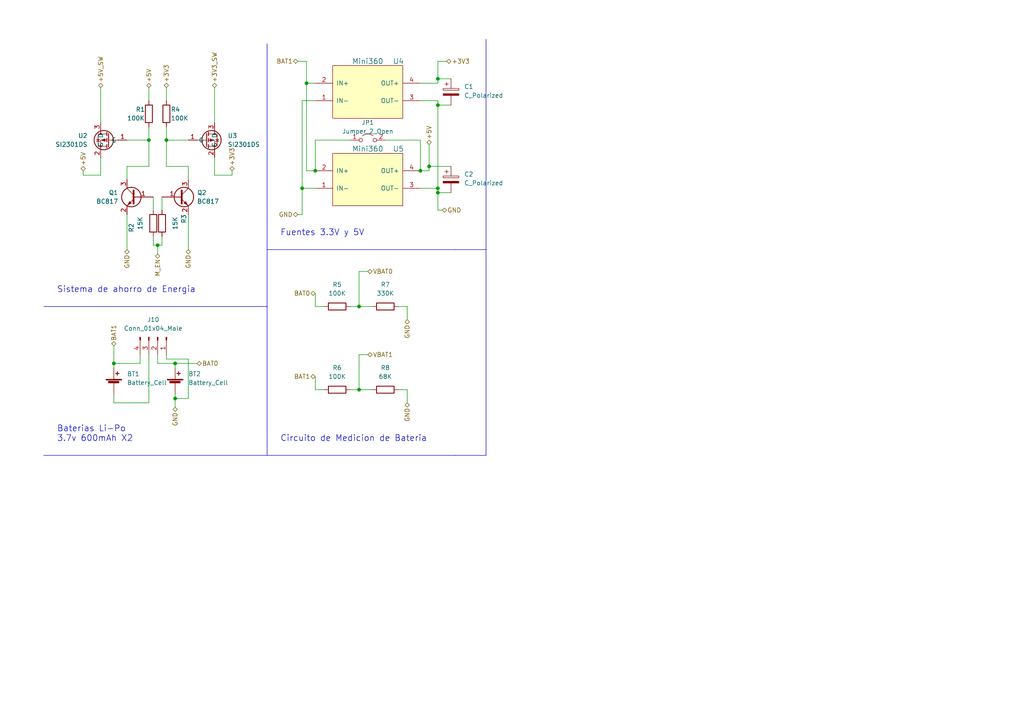
<source format=kicad_sch>
(kicad_sch (version 20230121) (generator eeschema)

  (uuid 5b0cc6af-c59b-4ce9-a1b4-7fcffb45140a)

  (paper "A4")

  (title_block
    (title "mCALCAN: Placa Alimentacion")
    (date "2022-10-10")
    (rev "2_FULL")
    (company "gVIE")
    (comment 1 "Colegio: ITS Villada")
    (comment 2 "Córdoba, Argentina")
  )

  (lib_symbols
    (symbol "Connector:Conn_01x04_Male" (pin_names (offset 1.016) hide) (in_bom yes) (on_board yes)
      (property "Reference" "J" (at 0 5.08 0)
        (effects (font (size 1.27 1.27)))
      )
      (property "Value" "Conn_01x04_Male" (at 0 -7.62 0)
        (effects (font (size 1.27 1.27)))
      )
      (property "Footprint" "" (at 0 0 0)
        (effects (font (size 1.27 1.27)) hide)
      )
      (property "Datasheet" "~" (at 0 0 0)
        (effects (font (size 1.27 1.27)) hide)
      )
      (property "ki_keywords" "connector" (at 0 0 0)
        (effects (font (size 1.27 1.27)) hide)
      )
      (property "ki_description" "Generic connector, single row, 01x04, script generated (kicad-library-utils/schlib/autogen/connector/)" (at 0 0 0)
        (effects (font (size 1.27 1.27)) hide)
      )
      (property "ki_fp_filters" "Connector*:*_1x??_*" (at 0 0 0)
        (effects (font (size 1.27 1.27)) hide)
      )
      (symbol "Conn_01x04_Male_1_1"
        (polyline
          (pts
            (xy 1.27 -5.08)
            (xy 0.8636 -5.08)
          )
          (stroke (width 0.1524) (type default))
          (fill (type none))
        )
        (polyline
          (pts
            (xy 1.27 -2.54)
            (xy 0.8636 -2.54)
          )
          (stroke (width 0.1524) (type default))
          (fill (type none))
        )
        (polyline
          (pts
            (xy 1.27 0)
            (xy 0.8636 0)
          )
          (stroke (width 0.1524) (type default))
          (fill (type none))
        )
        (polyline
          (pts
            (xy 1.27 2.54)
            (xy 0.8636 2.54)
          )
          (stroke (width 0.1524) (type default))
          (fill (type none))
        )
        (rectangle (start 0.8636 -4.953) (end 0 -5.207)
          (stroke (width 0.1524) (type default))
          (fill (type outline))
        )
        (rectangle (start 0.8636 -2.413) (end 0 -2.667)
          (stroke (width 0.1524) (type default))
          (fill (type outline))
        )
        (rectangle (start 0.8636 0.127) (end 0 -0.127)
          (stroke (width 0.1524) (type default))
          (fill (type outline))
        )
        (rectangle (start 0.8636 2.667) (end 0 2.413)
          (stroke (width 0.1524) (type default))
          (fill (type outline))
        )
        (pin passive line (at 5.08 2.54 180) (length 3.81)
          (name "Pin_1" (effects (font (size 1.27 1.27))))
          (number "1" (effects (font (size 1.27 1.27))))
        )
        (pin passive line (at 5.08 0 180) (length 3.81)
          (name "Pin_2" (effects (font (size 1.27 1.27))))
          (number "2" (effects (font (size 1.27 1.27))))
        )
        (pin passive line (at 5.08 -2.54 180) (length 3.81)
          (name "Pin_3" (effects (font (size 1.27 1.27))))
          (number "3" (effects (font (size 1.27 1.27))))
        )
        (pin passive line (at 5.08 -5.08 180) (length 3.81)
          (name "Pin_4" (effects (font (size 1.27 1.27))))
          (number "4" (effects (font (size 1.27 1.27))))
        )
      )
    )
    (symbol "Device:Battery_Cell" (pin_numbers hide) (pin_names (offset 0) hide) (in_bom yes) (on_board yes)
      (property "Reference" "BT" (at 2.54 2.54 0)
        (effects (font (size 1.27 1.27)) (justify left))
      )
      (property "Value" "Battery_Cell" (at 2.54 0 0)
        (effects (font (size 1.27 1.27)) (justify left))
      )
      (property "Footprint" "" (at 0 1.524 90)
        (effects (font (size 1.27 1.27)) hide)
      )
      (property "Datasheet" "~" (at 0 1.524 90)
        (effects (font (size 1.27 1.27)) hide)
      )
      (property "ki_keywords" "battery cell" (at 0 0 0)
        (effects (font (size 1.27 1.27)) hide)
      )
      (property "ki_description" "Single-cell battery" (at 0 0 0)
        (effects (font (size 1.27 1.27)) hide)
      )
      (symbol "Battery_Cell_0_1"
        (rectangle (start -2.286 1.778) (end 2.286 1.524)
          (stroke (width 0) (type default))
          (fill (type outline))
        )
        (rectangle (start -1.5748 1.1938) (end 1.4732 0.6858)
          (stroke (width 0) (type default))
          (fill (type outline))
        )
        (polyline
          (pts
            (xy 0 0.762)
            (xy 0 0)
          )
          (stroke (width 0) (type default))
          (fill (type none))
        )
        (polyline
          (pts
            (xy 0 1.778)
            (xy 0 2.54)
          )
          (stroke (width 0) (type default))
          (fill (type none))
        )
        (polyline
          (pts
            (xy 0.508 3.429)
            (xy 1.524 3.429)
          )
          (stroke (width 0.254) (type default))
          (fill (type none))
        )
        (polyline
          (pts
            (xy 1.016 3.937)
            (xy 1.016 2.921)
          )
          (stroke (width 0.254) (type default))
          (fill (type none))
        )
      )
      (symbol "Battery_Cell_1_1"
        (pin passive line (at 0 5.08 270) (length 2.54)
          (name "+" (effects (font (size 1.27 1.27))))
          (number "1" (effects (font (size 1.27 1.27))))
        )
        (pin passive line (at 0 -2.54 90) (length 2.54)
          (name "-" (effects (font (size 1.27 1.27))))
          (number "2" (effects (font (size 1.27 1.27))))
        )
      )
    )
    (symbol "Device:C_Polarized" (pin_numbers hide) (pin_names (offset 0.254)) (in_bom yes) (on_board yes)
      (property "Reference" "C" (at 0.635 2.54 0)
        (effects (font (size 1.27 1.27)) (justify left))
      )
      (property "Value" "C_Polarized" (at 0.635 -2.54 0)
        (effects (font (size 1.27 1.27)) (justify left))
      )
      (property "Footprint" "" (at 0.9652 -3.81 0)
        (effects (font (size 1.27 1.27)) hide)
      )
      (property "Datasheet" "~" (at 0 0 0)
        (effects (font (size 1.27 1.27)) hide)
      )
      (property "ki_keywords" "cap capacitor" (at 0 0 0)
        (effects (font (size 1.27 1.27)) hide)
      )
      (property "ki_description" "Polarized capacitor" (at 0 0 0)
        (effects (font (size 1.27 1.27)) hide)
      )
      (property "ki_fp_filters" "CP_*" (at 0 0 0)
        (effects (font (size 1.27 1.27)) hide)
      )
      (symbol "C_Polarized_0_1"
        (rectangle (start -2.286 0.508) (end 2.286 1.016)
          (stroke (width 0) (type default))
          (fill (type none))
        )
        (polyline
          (pts
            (xy -1.778 2.286)
            (xy -0.762 2.286)
          )
          (stroke (width 0) (type default))
          (fill (type none))
        )
        (polyline
          (pts
            (xy -1.27 2.794)
            (xy -1.27 1.778)
          )
          (stroke (width 0) (type default))
          (fill (type none))
        )
        (rectangle (start 2.286 -0.508) (end -2.286 -1.016)
          (stroke (width 0) (type default))
          (fill (type outline))
        )
      )
      (symbol "C_Polarized_1_1"
        (pin passive line (at 0 3.81 270) (length 2.794)
          (name "~" (effects (font (size 1.27 1.27))))
          (number "1" (effects (font (size 1.27 1.27))))
        )
        (pin passive line (at 0 -3.81 90) (length 2.794)
          (name "~" (effects (font (size 1.27 1.27))))
          (number "2" (effects (font (size 1.27 1.27))))
        )
      )
    )
    (symbol "Device:R" (pin_numbers hide) (pin_names (offset 0)) (in_bom yes) (on_board yes)
      (property "Reference" "R" (at 2.032 0 90)
        (effects (font (size 1.27 1.27)))
      )
      (property "Value" "R" (at 0 0 90)
        (effects (font (size 1.27 1.27)))
      )
      (property "Footprint" "" (at -1.778 0 90)
        (effects (font (size 1.27 1.27)) hide)
      )
      (property "Datasheet" "~" (at 0 0 0)
        (effects (font (size 1.27 1.27)) hide)
      )
      (property "ki_keywords" "R res resistor" (at 0 0 0)
        (effects (font (size 1.27 1.27)) hide)
      )
      (property "ki_description" "Resistor" (at 0 0 0)
        (effects (font (size 1.27 1.27)) hide)
      )
      (property "ki_fp_filters" "R_*" (at 0 0 0)
        (effects (font (size 1.27 1.27)) hide)
      )
      (symbol "R_0_1"
        (rectangle (start -1.016 -2.54) (end 1.016 2.54)
          (stroke (width 0.254) (type default))
          (fill (type none))
        )
      )
      (symbol "R_1_1"
        (pin passive line (at 0 3.81 270) (length 1.27)
          (name "~" (effects (font (size 1.27 1.27))))
          (number "1" (effects (font (size 1.27 1.27))))
        )
        (pin passive line (at 0 -3.81 90) (length 1.27)
          (name "~" (effects (font (size 1.27 1.27))))
          (number "2" (effects (font (size 1.27 1.27))))
        )
      )
    )
    (symbol "Jumper:Jumper_2_Open" (pin_names (offset 0) hide) (in_bom yes) (on_board yes)
      (property "Reference" "JP" (at 0 2.794 0)
        (effects (font (size 1.27 1.27)))
      )
      (property "Value" "Jumper_2_Open" (at 0 -2.286 0)
        (effects (font (size 1.27 1.27)))
      )
      (property "Footprint" "" (at 0 0 0)
        (effects (font (size 1.27 1.27)) hide)
      )
      (property "Datasheet" "~" (at 0 0 0)
        (effects (font (size 1.27 1.27)) hide)
      )
      (property "ki_keywords" "Jumper SPST" (at 0 0 0)
        (effects (font (size 1.27 1.27)) hide)
      )
      (property "ki_description" "Jumper, 2-pole, open" (at 0 0 0)
        (effects (font (size 1.27 1.27)) hide)
      )
      (property "ki_fp_filters" "Jumper* TestPoint*2Pads* TestPoint*Bridge*" (at 0 0 0)
        (effects (font (size 1.27 1.27)) hide)
      )
      (symbol "Jumper_2_Open_0_0"
        (circle (center -2.032 0) (radius 0.508)
          (stroke (width 0) (type default))
          (fill (type none))
        )
        (circle (center 2.032 0) (radius 0.508)
          (stroke (width 0) (type default))
          (fill (type none))
        )
      )
      (symbol "Jumper_2_Open_0_1"
        (arc (start 1.524 1.27) (mid 0 1.778) (end -1.524 1.27)
          (stroke (width 0) (type default))
          (fill (type none))
        )
      )
      (symbol "Jumper_2_Open_1_1"
        (pin passive line (at -5.08 0 0) (length 2.54)
          (name "A" (effects (font (size 1.27 1.27))))
          (number "1" (effects (font (size 1.27 1.27))))
        )
        (pin passive line (at 5.08 0 180) (length 2.54)
          (name "B" (effects (font (size 1.27 1.27))))
          (number "2" (effects (font (size 1.27 1.27))))
        )
      )
    )
    (symbol "Transistor_BJT:BC817" (pin_names (offset 0) hide) (in_bom yes) (on_board yes)
      (property "Reference" "Q" (at 5.08 1.905 0)
        (effects (font (size 1.27 1.27)) (justify left))
      )
      (property "Value" "BC817" (at 5.08 0 0)
        (effects (font (size 1.27 1.27)) (justify left))
      )
      (property "Footprint" "Package_TO_SOT_SMD:SOT-23" (at 5.08 -1.905 0)
        (effects (font (size 1.27 1.27) italic) (justify left) hide)
      )
      (property "Datasheet" "https://www.onsemi.com/pub/Collateral/BC818-D.pdf" (at 0 0 0)
        (effects (font (size 1.27 1.27)) (justify left) hide)
      )
      (property "ki_keywords" "NPN Transistor" (at 0 0 0)
        (effects (font (size 1.27 1.27)) hide)
      )
      (property "ki_description" "0.8A Ic, 45V Vce, NPN Transistor, SOT-23" (at 0 0 0)
        (effects (font (size 1.27 1.27)) hide)
      )
      (property "ki_fp_filters" "SOT?23*" (at 0 0 0)
        (effects (font (size 1.27 1.27)) hide)
      )
      (symbol "BC817_0_1"
        (polyline
          (pts
            (xy 0.635 0.635)
            (xy 2.54 2.54)
          )
          (stroke (width 0) (type default))
          (fill (type none))
        )
        (polyline
          (pts
            (xy 0.635 -0.635)
            (xy 2.54 -2.54)
            (xy 2.54 -2.54)
          )
          (stroke (width 0) (type default))
          (fill (type none))
        )
        (polyline
          (pts
            (xy 0.635 1.905)
            (xy 0.635 -1.905)
            (xy 0.635 -1.905)
          )
          (stroke (width 0.508) (type default))
          (fill (type none))
        )
        (polyline
          (pts
            (xy 1.27 -1.778)
            (xy 1.778 -1.27)
            (xy 2.286 -2.286)
            (xy 1.27 -1.778)
            (xy 1.27 -1.778)
          )
          (stroke (width 0) (type default))
          (fill (type outline))
        )
        (circle (center 1.27 0) (radius 2.8194)
          (stroke (width 0.254) (type default))
          (fill (type none))
        )
      )
      (symbol "BC817_1_1"
        (pin input line (at -5.08 0 0) (length 5.715)
          (name "B" (effects (font (size 1.27 1.27))))
          (number "1" (effects (font (size 1.27 1.27))))
        )
        (pin passive line (at 2.54 -5.08 90) (length 2.54)
          (name "E" (effects (font (size 1.27 1.27))))
          (number "2" (effects (font (size 1.27 1.27))))
        )
        (pin passive line (at 2.54 5.08 270) (length 2.54)
          (name "C" (effects (font (size 1.27 1.27))))
          (number "3" (effects (font (size 1.27 1.27))))
        )
      )
    )
    (symbol "mCALCAN_lib:Mini360" (pin_names (offset 1.016)) (in_bom yes) (on_board yes)
      (property "Reference" "U" (at 0 -5.08 0)
        (effects (font (size 1.524 1.524)))
      )
      (property "Value" "Mini360" (at 0 5.08 0)
        (effects (font (size 1.524 1.524)))
      )
      (property "Footprint" "" (at 0 0 0)
        (effects (font (size 1.524 1.524)) hide)
      )
      (property "Datasheet" "" (at 0 0 0)
        (effects (font (size 1.524 1.524)) hide)
      )
      (symbol "Mini360_0_1"
        (rectangle (start -10.16 7.62) (end 10.16 -7.62)
          (stroke (width 0) (type default))
          (fill (type background))
        )
      )
      (symbol "Mini360_1_1"
        (pin power_in line (at -15.24 -2.54 0) (length 5.08)
          (name "IN-" (effects (font (size 1.27 1.27))))
          (number "1" (effects (font (size 1.27 1.27))))
        )
        (pin power_in line (at -15.24 2.54 0) (length 5.08)
          (name "IN+" (effects (font (size 1.27 1.27))))
          (number "2" (effects (font (size 1.27 1.27))))
        )
        (pin power_out line (at 15.24 -2.54 180) (length 5.08)
          (name "OUT-" (effects (font (size 1.27 1.27))))
          (number "3" (effects (font (size 1.27 1.27))))
        )
        (pin power_out line (at 15.24 2.54 180) (length 5.08)
          (name "OUT+" (effects (font (size 1.27 1.27))))
          (number "4" (effects (font (size 1.27 1.27))))
        )
      )
    )
    (symbol "mCALCAN_lib:SI2301DS" (in_bom yes) (on_board yes)
      (property "Reference" "U" (at 2.54 -1.27 0)
        (effects (font (size 1.27 1.27)))
      )
      (property "Value" "SI2301DS" (at 6.35 1.27 0)
        (effects (font (size 1.27 1.27)))
      )
      (property "Footprint" "" (at 0 12.7 0)
        (effects (font (size 1.27 1.27)) hide)
      )
      (property "Datasheet" "" (at 0 12.7 0)
        (effects (font (size 1.27 1.27)) hide)
      )
      (symbol "SI2301DS_0_1"
        (circle (center -0.889 0) (radius 2.794)
          (stroke (width 0.254) (type default))
          (fill (type none))
        )
        (circle (center 0 -1.778) (radius 0.254)
          (stroke (width 0) (type default))
          (fill (type outline))
        )
        (polyline
          (pts
            (xy -2.286 0)
            (xy -5.08 0)
          )
          (stroke (width 0) (type default))
          (fill (type none))
        )
        (polyline
          (pts
            (xy -2.286 1.905)
            (xy -2.286 -1.905)
          )
          (stroke (width 0.254) (type default))
          (fill (type none))
        )
        (polyline
          (pts
            (xy -1.778 -1.27)
            (xy -1.778 -2.286)
          )
          (stroke (width 0.254) (type default))
          (fill (type none))
        )
        (polyline
          (pts
            (xy -1.778 0.508)
            (xy -1.778 -0.508)
          )
          (stroke (width 0.254) (type default))
          (fill (type none))
        )
        (polyline
          (pts
            (xy -1.778 2.286)
            (xy -1.778 1.27)
          )
          (stroke (width 0.254) (type default))
          (fill (type none))
        )
        (polyline
          (pts
            (xy 0 2.54)
            (xy 0 1.778)
          )
          (stroke (width 0) (type default))
          (fill (type none))
        )
        (polyline
          (pts
            (xy 0 -2.54)
            (xy 0 0)
            (xy -1.778 0)
          )
          (stroke (width 0) (type default))
          (fill (type none))
        )
        (polyline
          (pts
            (xy -1.778 1.778)
            (xy 0.762 1.778)
            (xy 0.762 -1.778)
            (xy -1.778 -1.778)
          )
          (stroke (width 0) (type default))
          (fill (type none))
        )
        (polyline
          (pts
            (xy -0.254 0)
            (xy -1.27 0.381)
            (xy -1.27 -0.381)
            (xy -0.254 0)
          )
          (stroke (width 0) (type default))
          (fill (type outline))
        )
        (polyline
          (pts
            (xy 0.254 -0.508)
            (xy 0.381 -0.381)
            (xy 1.143 -0.381)
            (xy 1.27 -0.254)
          )
          (stroke (width 0) (type default))
          (fill (type none))
        )
        (polyline
          (pts
            (xy 0.762 -0.381)
            (xy 0.381 0.254)
            (xy 1.143 0.254)
            (xy 0.762 -0.381)
          )
          (stroke (width 0) (type default))
          (fill (type none))
        )
        (circle (center 0 1.778) (radius 0.254)
          (stroke (width 0) (type default))
          (fill (type outline))
        )
      )
      (symbol "SI2301DS_1_1"
        (pin input line (at -7.62 0 0) (length 2.54)
          (name "G" (effects (font (size 1.27 1.27))))
          (number "1" (effects (font (size 1.27 1.27))))
        )
        (pin passive line (at 0 -5.08 90) (length 2.54)
          (name "S" (effects (font (size 1.27 1.27))))
          (number "2" (effects (font (size 1.27 1.27))))
        )
        (pin passive line (at 0 5.08 270) (length 2.54)
          (name "D" (effects (font (size 1.27 1.27))))
          (number "3" (effects (font (size 1.27 1.27))))
        )
      )
    )
  )

  (junction (at 104.14 113.03) (diameter 0) (color 0 0 0 0)
    (uuid 0adaf617-475f-43f9-aa31-807fbc980615)
  )
  (junction (at 127 22.86) (diameter 0) (color 0 0 0 0)
    (uuid 154b24eb-7df7-4ec3-b9b6-f18d3e49075d)
  )
  (junction (at 50.8 115.57) (diameter 0) (color 0 0 0 0)
    (uuid 16c7b5dc-5d75-42c0-9da9-367358bdd923)
  )
  (junction (at 127 54.61) (diameter 0) (color 0 0 0 0)
    (uuid 233d7b5f-57a0-4fd7-afbc-01f1fd95ea5d)
  )
  (junction (at 91.44 49.53) (diameter 0) (color 0 0 0 0)
    (uuid 49915111-9b55-419b-8b3d-1a1df7ae01a9)
  )
  (junction (at 50.8 105.41) (diameter 0) (color 0 0 0 0)
    (uuid 51223dc7-c730-4f02-bc5c-ec120abdb87f)
  )
  (junction (at 127 55.88) (diameter 0) (color 0 0 0 0)
    (uuid 584f5a2d-1efc-46d4-bb75-18a292abaeec)
  )
  (junction (at 48.26 40.64) (diameter 0) (color 0 0 0 0)
    (uuid 7a6872ca-7b05-4a1d-abec-25a4fd8cb67a)
  )
  (junction (at 88.9 24.13) (diameter 0) (color 0 0 0 0)
    (uuid 8fbf8ce0-ae36-4d21-98c5-440435cbd7fb)
  )
  (junction (at 124.46 48.26) (diameter 0) (color 0 0 0 0)
    (uuid 9d613615-dfa4-4f24-9abc-9b0dbc8a7f78)
  )
  (junction (at 121.92 49.53) (diameter 0) (color 0 0 0 0)
    (uuid b1106a38-7400-41e3-8616-52c3d415b52d)
  )
  (junction (at 33.02 105.41) (diameter 0) (color 0 0 0 0)
    (uuid c220b3c9-acbd-4daf-b5fc-4ad618be408d)
  )
  (junction (at 127 30.48) (diameter 0) (color 0 0 0 0)
    (uuid c989a15e-e547-4041-a669-0a1780c84928)
  )
  (junction (at 87.63 54.61) (diameter 0) (color 0 0 0 0)
    (uuid cecc6f75-aa55-4885-93a7-b0495babed01)
  )
  (junction (at 104.14 88.9) (diameter 0) (color 0 0 0 0)
    (uuid dbc767d9-6914-4daa-8762-7319e10be02e)
  )
  (junction (at 43.18 40.64) (diameter 0) (color 0 0 0 0)
    (uuid e43f60f4-4b51-4a45-bbe9-b178246292df)
  )
  (junction (at 45.72 71.12) (diameter 0) (color 0 0 0 0)
    (uuid eb55c0c1-1d64-4070-829b-00fed651a3ca)
  )

  (wire (pts (xy 127 30.48) (xy 127 54.61))
    (stroke (width 0) (type default))
    (uuid 024e0f1f-ac41-4dcb-9bed-2bc2253f0d3b)
  )
  (wire (pts (xy 104.14 88.9) (xy 107.95 88.9))
    (stroke (width 0) (type default))
    (uuid 026620c8-a002-4c06-9434-436ef68ca5a1)
  )
  (polyline (pts (xy 12.7 88.9) (xy 77.47 88.9))
    (stroke (width 0) (type default))
    (uuid 064e4403-8091-45dd-95c4-fba3e0a0eb7e)
  )

  (wire (pts (xy 91.44 40.64) (xy 91.44 49.53))
    (stroke (width 0) (type default))
    (uuid 081bf4a5-9915-4fb8-9d5f-cda95c0fa2e7)
  )
  (wire (pts (xy 33.02 114.3) (xy 33.02 116.84))
    (stroke (width 0) (type default))
    (uuid 082e10d8-76c9-4285-869a-5dd46771e7a1)
  )
  (wire (pts (xy 46.99 68.58) (xy 46.99 71.12))
    (stroke (width 0) (type default))
    (uuid 08d34463-cc9a-4b82-a39e-78e0eb8c00d7)
  )
  (wire (pts (xy 101.6 40.64) (xy 91.44 40.64))
    (stroke (width 0) (type default))
    (uuid 0c238ac0-ab65-49cc-8411-debe29a1bdcc)
  )
  (wire (pts (xy 45.72 71.12) (xy 46.99 71.12))
    (stroke (width 0) (type default))
    (uuid 0e9235e8-f371-41d2-811b-515dcf582df3)
  )
  (wire (pts (xy 86.36 62.23) (xy 87.63 62.23))
    (stroke (width 0) (type default))
    (uuid 13ddc886-0c67-49ce-8107-32463e055644)
  )
  (wire (pts (xy 93.98 113.03) (xy 91.44 113.03))
    (stroke (width 0) (type default))
    (uuid 14ed08d9-bdfd-451a-b1d2-e88cd2134906)
  )
  (wire (pts (xy 44.45 57.15) (xy 44.45 60.96))
    (stroke (width 0) (type default))
    (uuid 152c6d0d-4316-4d70-8e05-1f535b3be289)
  )
  (wire (pts (xy 127 55.88) (xy 130.81 55.88))
    (stroke (width 0) (type default))
    (uuid 174323a9-3d3e-4b7c-bb3b-7d4ea3636c7a)
  )
  (wire (pts (xy 88.9 17.78) (xy 88.9 24.13))
    (stroke (width 0) (type default))
    (uuid 1943d388-d04b-4856-b1d1-dd39bdfeffd9)
  )
  (wire (pts (xy 104.14 78.74) (xy 104.14 88.9))
    (stroke (width 0) (type default))
    (uuid 1a6da08f-21bd-47d1-83a0-e907d326e9f0)
  )
  (wire (pts (xy 67.31 49.53) (xy 67.31 50.8))
    (stroke (width 0) (type default))
    (uuid 1b2d04ee-b913-42a3-85fb-a49aa30d780a)
  )
  (wire (pts (xy 50.8 105.41) (xy 45.72 105.41))
    (stroke (width 0) (type default))
    (uuid 1bbc57af-49f9-4f71-a0ec-8bb74a7a4db2)
  )
  (wire (pts (xy 127 17.78) (xy 129.54 17.78))
    (stroke (width 0) (type default))
    (uuid 1c39af0b-67be-483d-a5b4-7b99a48dedf8)
  )
  (wire (pts (xy 127 55.88) (xy 127 54.61))
    (stroke (width 0) (type default))
    (uuid 1cea387d-2014-44c9-94f1-58d0e74972b4)
  )
  (wire (pts (xy 124.46 41.91) (xy 124.46 48.26))
    (stroke (width 0) (type default))
    (uuid 1db93586-18a2-4c4a-9e1a-15503d06f22c)
  )
  (polyline (pts (xy 132.08 132.08) (xy 140.97 132.08))
    (stroke (width 0) (type default))
    (uuid 234673a9-4eb5-4c3b-b597-6bec9dae04c3)
  )

  (wire (pts (xy 48.26 102.87) (xy 48.26 104.14))
    (stroke (width 0) (type default))
    (uuid 24714be6-893e-4774-904e-1e1c1ba061af)
  )
  (wire (pts (xy 104.14 102.87) (xy 104.14 113.03))
    (stroke (width 0) (type default))
    (uuid 2864e45c-85f9-434e-a351-8169baf07889)
  )
  (wire (pts (xy 62.23 25.4) (xy 62.23 35.56))
    (stroke (width 0) (type default))
    (uuid 28c03d35-e2d7-4d2e-b4b6-41b0209d939f)
  )
  (wire (pts (xy 127 30.48) (xy 130.81 30.48))
    (stroke (width 0) (type default))
    (uuid 28d4ffa1-860e-4125-9190-35aa153a46e8)
  )
  (wire (pts (xy 62.23 45.72) (xy 62.23 50.8))
    (stroke (width 0) (type default))
    (uuid 28fe05b9-80e0-4d9f-975d-d9b60ebefadb)
  )
  (wire (pts (xy 54.61 48.26) (xy 48.26 48.26))
    (stroke (width 0) (type default))
    (uuid 29b7345a-ea82-4f43-b5ce-aa7bd313b582)
  )
  (wire (pts (xy 33.02 105.41) (xy 33.02 106.68))
    (stroke (width 0) (type default))
    (uuid 29e61887-c674-4f63-83fe-689f4a9e529b)
  )
  (wire (pts (xy 45.72 105.41) (xy 45.72 102.87))
    (stroke (width 0) (type default))
    (uuid 35d48053-0852-4e3b-a476-dc0968f65a5b)
  )
  (wire (pts (xy 121.92 29.21) (xy 127 29.21))
    (stroke (width 0) (type default))
    (uuid 3627154d-e399-4264-b27e-7aa4a409b7e6)
  )
  (wire (pts (xy 127 60.96) (xy 128.27 60.96))
    (stroke (width 0) (type default))
    (uuid 3750c284-79bd-402d-8f55-4fce102065bd)
  )
  (wire (pts (xy 127 29.21) (xy 127 30.48))
    (stroke (width 0) (type default))
    (uuid 395083d4-e1ba-474c-acd1-1e836278a63f)
  )
  (wire (pts (xy 54.61 115.57) (xy 50.8 115.57))
    (stroke (width 0) (type default))
    (uuid 3b1db70f-68f7-4205-aa2d-646ff994d8d8)
  )
  (wire (pts (xy 40.64 102.87) (xy 40.64 105.41))
    (stroke (width 0) (type default))
    (uuid 3b8b6a73-5540-44fe-a9da-9624fd651375)
  )
  (wire (pts (xy 43.18 25.4) (xy 43.18 29.21))
    (stroke (width 0) (type default))
    (uuid 3de68549-fff8-4bcb-a003-eda829fd5afc)
  )
  (wire (pts (xy 93.98 88.9) (xy 91.44 88.9))
    (stroke (width 0) (type default))
    (uuid 415ee1bf-bf0f-47f4-826a-9e79f819942e)
  )
  (wire (pts (xy 121.92 54.61) (xy 127 54.61))
    (stroke (width 0) (type default))
    (uuid 45d586bf-f73f-49e8-b5f2-8ca6d2497668)
  )
  (wire (pts (xy 24.13 49.53) (xy 24.13 50.8))
    (stroke (width 0) (type default))
    (uuid 4eb772d3-f58d-4439-9e7e-3fbb76dbe00d)
  )
  (wire (pts (xy 104.14 88.9) (xy 101.6 88.9))
    (stroke (width 0) (type default))
    (uuid 5859c03a-cc77-4c94-b9ee-e1b3a1cd863c)
  )
  (wire (pts (xy 88.9 24.13) (xy 91.44 24.13))
    (stroke (width 0) (type default))
    (uuid 5a099a21-fbe8-49b6-bd11-1410df681152)
  )
  (wire (pts (xy 127 55.88) (xy 127 60.96))
    (stroke (width 0) (type default))
    (uuid 5a1f6177-cd43-4345-8cd0-6a4b207a6e63)
  )
  (wire (pts (xy 50.8 115.57) (xy 50.8 118.11))
    (stroke (width 0) (type default))
    (uuid 5d8496c2-bfe6-4e3b-9317-deb4f60a419a)
  )
  (wire (pts (xy 50.8 106.68) (xy 50.8 105.41))
    (stroke (width 0) (type default))
    (uuid 6206485a-451e-4cc9-a53c-24e10c62f033)
  )
  (wire (pts (xy 124.46 49.53) (xy 121.92 49.53))
    (stroke (width 0) (type default))
    (uuid 667c8c03-252a-4a52-b585-62158a43f671)
  )
  (wire (pts (xy 48.26 40.64) (xy 48.26 48.26))
    (stroke (width 0) (type default))
    (uuid 6e5e520e-43c9-4e89-b40f-44a7f5090617)
  )
  (wire (pts (xy 54.61 40.64) (xy 48.26 40.64))
    (stroke (width 0) (type default))
    (uuid 70f3b701-508d-4642-9f1b-df8f52d71f2e)
  )
  (wire (pts (xy 29.21 50.8) (xy 24.13 50.8))
    (stroke (width 0) (type default))
    (uuid 79bbdd28-85c1-4015-855d-4d292d636be9)
  )
  (wire (pts (xy 50.8 105.41) (xy 57.15 105.41))
    (stroke (width 0) (type default))
    (uuid 7aeb5401-a03e-4628-88d7-ea0e653e724c)
  )
  (wire (pts (xy 48.26 36.83) (xy 48.26 40.64))
    (stroke (width 0) (type default))
    (uuid 7b1c4702-50b5-4bc4-bf72-45fb3507619e)
  )
  (wire (pts (xy 46.99 57.15) (xy 46.99 60.96))
    (stroke (width 0) (type default))
    (uuid 7b242641-5f76-4a22-9253-0cfe6b1d94c5)
  )
  (wire (pts (xy 91.44 29.21) (xy 87.63 29.21))
    (stroke (width 0) (type default))
    (uuid 7be115bd-7bfd-40a0-a457-3840def85f61)
  )
  (wire (pts (xy 127 17.78) (xy 127 22.86))
    (stroke (width 0) (type default))
    (uuid 7c3323fa-d4c5-46cf-8297-947281809dc2)
  )
  (wire (pts (xy 127 22.86) (xy 130.81 22.86))
    (stroke (width 0) (type default))
    (uuid 7c803774-86ea-42bc-9ae3-762ac8c3e865)
  )
  (wire (pts (xy 91.44 113.03) (xy 91.44 109.22))
    (stroke (width 0) (type default))
    (uuid 7d0453d9-2c53-47d4-bd78-e35ad6b6648b)
  )
  (wire (pts (xy 87.63 54.61) (xy 87.63 62.23))
    (stroke (width 0) (type default))
    (uuid 7ecfbb35-3df3-46b9-bb72-4d96e5885a78)
  )
  (wire (pts (xy 121.92 40.64) (xy 121.92 49.53))
    (stroke (width 0) (type default))
    (uuid 80479fa1-f535-42d6-900c-8758d8127b1f)
  )
  (wire (pts (xy 87.63 29.21) (xy 87.63 54.61))
    (stroke (width 0) (type default))
    (uuid 80823dba-ec8e-44f4-bd16-d77f71f9171a)
  )
  (wire (pts (xy 43.18 36.83) (xy 43.18 40.64))
    (stroke (width 0) (type default))
    (uuid 8a474867-2896-4fd5-8faa-cb2dc11ce90f)
  )
  (wire (pts (xy 91.44 49.53) (xy 88.9 49.53))
    (stroke (width 0) (type default))
    (uuid 8c25b9c0-aa67-40e8-a36a-c640c87a6c6e)
  )
  (wire (pts (xy 33.02 116.84) (xy 43.18 116.84))
    (stroke (width 0) (type default))
    (uuid 8f0b3612-d765-48ea-bddb-dc9d065d68a4)
  )
  (wire (pts (xy 115.57 88.9) (xy 118.11 88.9))
    (stroke (width 0) (type default))
    (uuid 8fc96acc-d62e-4f6c-b27f-3311cf9d27d4)
  )
  (wire (pts (xy 104.14 113.03) (xy 101.6 113.03))
    (stroke (width 0) (type default))
    (uuid 90d5d112-af16-4f51-aa82-4e004e6c38a8)
  )
  (wire (pts (xy 54.61 48.26) (xy 54.61 52.07))
    (stroke (width 0) (type default))
    (uuid 9223fa48-b778-49a4-b203-314ffc350cff)
  )
  (wire (pts (xy 48.26 25.4) (xy 48.26 29.21))
    (stroke (width 0) (type default))
    (uuid 93e0ddf6-ed24-432c-9ae5-21d42deab64a)
  )
  (polyline (pts (xy 12.7 132.08) (xy 132.08 132.08))
    (stroke (width 0) (type default))
    (uuid 954ee634-486c-424c-8c23-f50c3d5bcbef)
  )
  (polyline (pts (xy 77.47 72.39) (xy 132.08 72.39))
    (stroke (width 0) (type default))
    (uuid 9ca1ced0-06db-45b5-badc-17ac876319e2)
  )

  (wire (pts (xy 118.11 88.9) (xy 118.11 92.71))
    (stroke (width 0) (type default))
    (uuid 9e34b07a-65d1-4bb6-8d72-a9ec7f6e5a9e)
  )
  (wire (pts (xy 44.45 68.58) (xy 44.45 71.12))
    (stroke (width 0) (type default))
    (uuid 9fb70ea1-640a-4bdc-a4f3-fae203e857ed)
  )
  (wire (pts (xy 45.72 71.12) (xy 45.72 73.66))
    (stroke (width 0) (type default))
    (uuid a1ceb2b6-86c4-4940-b91f-734db804b221)
  )
  (wire (pts (xy 87.63 54.61) (xy 91.44 54.61))
    (stroke (width 0) (type default))
    (uuid a64ce91a-d0bf-4b4e-9e47-47f0b944b4a4)
  )
  (wire (pts (xy 36.83 40.64) (xy 43.18 40.64))
    (stroke (width 0) (type default))
    (uuid a6f3c8b5-0bef-4552-a429-9cb8ac69cf24)
  )
  (wire (pts (xy 36.83 48.26) (xy 43.18 48.26))
    (stroke (width 0) (type default))
    (uuid a8eb3325-53a6-498e-9487-e0ca54356ae8)
  )
  (wire (pts (xy 54.61 104.14) (xy 54.61 115.57))
    (stroke (width 0) (type default))
    (uuid ac68ee47-5c20-4c7f-b4d4-dbb3ef2181c8)
  )
  (wire (pts (xy 29.21 25.4) (xy 29.21 35.56))
    (stroke (width 0) (type default))
    (uuid ae90b798-6aa0-4726-a1c9-11cfa9744c72)
  )
  (wire (pts (xy 48.26 104.14) (xy 54.61 104.14))
    (stroke (width 0) (type default))
    (uuid b11af55f-20cd-4a02-9489-90ed6b3835f7)
  )
  (polyline (pts (xy 140.97 132.08) (xy 140.97 72.39))
    (stroke (width 0) (type default))
    (uuid b1b05265-ebbe-46d0-8f26-861dba6f0f2d)
  )
  (polyline (pts (xy 140.97 11.43) (xy 140.97 72.39))
    (stroke (width 0) (type default))
    (uuid b649784e-b6fa-4d0a-97a8-ce6df9c20fb3)
  )

  (wire (pts (xy 118.11 113.03) (xy 118.11 116.84))
    (stroke (width 0) (type default))
    (uuid bd00622f-2be3-434e-9b97-b3544b2f258f)
  )
  (wire (pts (xy 62.23 50.8) (xy 67.31 50.8))
    (stroke (width 0) (type default))
    (uuid c26c5b80-1579-49a4-b1b3-b118f641d383)
  )
  (wire (pts (xy 86.36 17.78) (xy 88.9 17.78))
    (stroke (width 0) (type default))
    (uuid c320b789-2383-459d-831d-85843507c7b7)
  )
  (wire (pts (xy 106.68 102.87) (xy 104.14 102.87))
    (stroke (width 0) (type default))
    (uuid c406b556-77da-4301-a0e0-b7be1d84968d)
  )
  (wire (pts (xy 54.61 62.23) (xy 54.61 72.39))
    (stroke (width 0) (type default))
    (uuid c4cebce9-ca42-41a5-9c93-4f70eda4ad3a)
  )
  (polyline (pts (xy 77.47 12.7) (xy 77.47 88.9))
    (stroke (width 0) (type default))
    (uuid c5b21375-8ac4-4378-a2ca-4de1a98394f7)
  )

  (wire (pts (xy 44.45 71.12) (xy 45.72 71.12))
    (stroke (width 0) (type default))
    (uuid c5bd469d-23a4-4bb7-ae7d-077ab28bec65)
  )
  (wire (pts (xy 50.8 114.3) (xy 50.8 115.57))
    (stroke (width 0) (type default))
    (uuid c63be9f9-0ffb-483c-a380-7de5beec0b6a)
  )
  (wire (pts (xy 124.46 48.26) (xy 124.46 49.53))
    (stroke (width 0) (type default))
    (uuid d52ae5cc-e227-466c-be74-efc9338a9263)
  )
  (wire (pts (xy 36.83 48.26) (xy 36.83 52.07))
    (stroke (width 0) (type default))
    (uuid d7f285de-bc4e-4bad-9334-3297ab6e2938)
  )
  (wire (pts (xy 127 22.86) (xy 127 24.13))
    (stroke (width 0) (type default))
    (uuid dadbdbb1-387f-463a-aaf6-abe806da4f35)
  )
  (wire (pts (xy 124.46 48.26) (xy 130.81 48.26))
    (stroke (width 0) (type default))
    (uuid dcfda535-7713-4d08-b3c0-fe6d492c83ad)
  )
  (polyline (pts (xy 132.08 72.39) (xy 140.97 72.39))
    (stroke (width 0) (type default))
    (uuid e08cb19f-3f5d-4776-95a3-d46cf8723196)
  )

  (wire (pts (xy 88.9 24.13) (xy 88.9 49.53))
    (stroke (width 0) (type default))
    (uuid e4980fb7-6221-40b1-a9ba-5ff11ba41252)
  )
  (wire (pts (xy 111.76 40.64) (xy 121.92 40.64))
    (stroke (width 0) (type default))
    (uuid e4db1883-f778-43aa-85af-a517af584ba3)
  )
  (wire (pts (xy 33.02 105.41) (xy 40.64 105.41))
    (stroke (width 0) (type default))
    (uuid e54c500b-d5de-4202-a2ae-66c4823c712e)
  )
  (wire (pts (xy 115.57 113.03) (xy 118.11 113.03))
    (stroke (width 0) (type default))
    (uuid e773419c-dfa1-461b-9b44-0eab12648ef1)
  )
  (wire (pts (xy 43.18 40.64) (xy 43.18 48.26))
    (stroke (width 0) (type default))
    (uuid ea08bc6b-67e3-43a8-b417-8f2943148baa)
  )
  (wire (pts (xy 91.44 88.9) (xy 91.44 85.09))
    (stroke (width 0) (type default))
    (uuid efaa6820-0873-441d-9a62-d49fd1468514)
  )
  (wire (pts (xy 104.14 113.03) (xy 107.95 113.03))
    (stroke (width 0) (type default))
    (uuid f14d7e7f-203d-4e72-b320-63419ab8bc6f)
  )
  (wire (pts (xy 29.21 45.72) (xy 29.21 50.8))
    (stroke (width 0) (type default))
    (uuid f39567e8-cb73-4b6a-ad91-fcbe6b3fe5f1)
  )
  (wire (pts (xy 127 24.13) (xy 121.92 24.13))
    (stroke (width 0) (type default))
    (uuid f4b684b5-0fe7-4a9a-bfa0-4758bea3d81f)
  )
  (wire (pts (xy 36.83 62.23) (xy 36.83 72.39))
    (stroke (width 0) (type default))
    (uuid f6c2a47a-4b48-42fc-abaf-208051795e65)
  )
  (wire (pts (xy 43.18 116.84) (xy 43.18 102.87))
    (stroke (width 0) (type default))
    (uuid f8e148e9-3147-42d2-8a51-6e284abe3478)
  )
  (wire (pts (xy 106.68 78.74) (xy 104.14 78.74))
    (stroke (width 0) (type default))
    (uuid fdcf659b-961b-4d08-ba01-94f019973a30)
  )
  (polyline (pts (xy 77.47 88.9) (xy 77.47 132.08))
    (stroke (width 0) (type default))
    (uuid febbfb68-d7fd-45bb-8282-49c50af7c927)
  )

  (wire (pts (xy 33.02 100.33) (xy 33.02 105.41))
    (stroke (width 0) (type default))
    (uuid ff3a4855-5ebe-415e-9ba7-92f7eb68eb28)
  )

  (text "Baterias Li-Po\n3.7v 600mAh X2" (at 16.51 128.27 0)
    (effects (font (size 1.75 1.75)) (justify left bottom))
    (uuid 4dff1229-5402-4c2a-88cf-bf9bb141d0a3)
  )
  (text "Sistema de ahorro de Energia" (at 16.51 85.09 0)
    (effects (font (size 1.75 1.75)) (justify left bottom))
    (uuid 5a952662-52c0-43f4-b4ff-804bc7992a20)
  )
  (text "Fuentes 3.3V y 5V" (at 81.28 68.58 0)
    (effects (font (size 1.75 1.75)) (justify left bottom))
    (uuid c2d32fa0-6dfc-4177-b546-e77889642db7)
  )
  (text "Circuito de Medicion de Bateria" (at 81.28 128.27 0)
    (effects (font (size 1.75 1.75)) (justify left bottom))
    (uuid c34f1042-20df-47de-97a9-bcdef2827ac2)
  )

  (hierarchical_label "VBAT0" (shape bidirectional) (at 106.68 78.74 0) (fields_autoplaced)
    (effects (font (size 1.27 1.27)) (justify left))
    (uuid 089ce035-9478-41a2-b62b-20803c7bf5eb)
  )
  (hierarchical_label "GND" (shape bidirectional) (at 128.27 60.96 0) (fields_autoplaced)
    (effects (font (size 1.27 1.27)) (justify left))
    (uuid 26fcbf60-620d-4fdb-9f82-c2d314d262ee)
  )
  (hierarchical_label "+3V3" (shape bidirectional) (at 67.31 49.53 90) (fields_autoplaced)
    (effects (font (size 1.27 1.27)) (justify left))
    (uuid 30784cdd-2cbc-4e8e-ba9f-27194af9c189)
  )
  (hierarchical_label "GND" (shape bidirectional) (at 118.11 92.71 270) (fields_autoplaced)
    (effects (font (size 1.27 1.27)) (justify right))
    (uuid 388a2973-04cd-4945-8c7b-f462e6d66984)
  )
  (hierarchical_label "GND" (shape bidirectional) (at 36.83 72.39 270) (fields_autoplaced)
    (effects (font (size 1.27 1.27)) (justify right))
    (uuid 4d25c72d-7aac-4960-95d6-191854f0180b)
  )
  (hierarchical_label "BAT1" (shape bidirectional) (at 33.02 100.33 90) (fields_autoplaced)
    (effects (font (size 1.27 1.27)) (justify left))
    (uuid 4dc8e76d-278e-4e9a-96a9-8e53de1ca699)
  )
  (hierarchical_label "+5V" (shape bidirectional) (at 124.46 41.91 90) (fields_autoplaced)
    (effects (font (size 1.27 1.27)) (justify left))
    (uuid 5e0386bf-352a-4be9-8196-413d5df3062e)
  )
  (hierarchical_label "+3V3" (shape bidirectional) (at 129.54 17.78 0) (fields_autoplaced)
    (effects (font (size 1.27 1.27)) (justify left))
    (uuid 67b300c5-d4c1-4b0d-978a-4ee3effda894)
  )
  (hierarchical_label "GND" (shape bidirectional) (at 118.11 116.84 270) (fields_autoplaced)
    (effects (font (size 1.27 1.27)) (justify right))
    (uuid 6a7fed70-7825-41af-a333-91a00b7c180a)
  )
  (hierarchical_label "+3V3_SW" (shape bidirectional) (at 62.23 25.4 90) (fields_autoplaced)
    (effects (font (size 1.27 1.27)) (justify left))
    (uuid 6b0c0598-50b0-487b-a036-151903ebd675)
  )
  (hierarchical_label "GND" (shape bidirectional) (at 86.36 62.23 180) (fields_autoplaced)
    (effects (font (size 1.27 1.27)) (justify right))
    (uuid 75b05434-bdc3-4cd5-b5da-99d560ac2d40)
  )
  (hierarchical_label "BAT0" (shape bidirectional) (at 91.44 85.09 180) (fields_autoplaced)
    (effects (font (size 1.27 1.27)) (justify right))
    (uuid 7de08f96-4a98-4ce2-9e4d-39c3e11128df)
  )
  (hierarchical_label "+3V3" (shape bidirectional) (at 48.26 25.4 90) (fields_autoplaced)
    (effects (font (size 1.27 1.27)) (justify left))
    (uuid 7e9d9d66-32c8-4640-ba5c-c4c8889a63ce)
  )
  (hierarchical_label "BAT1" (shape bidirectional) (at 86.36 17.78 180) (fields_autoplaced)
    (effects (font (size 1.27 1.27)) (justify right))
    (uuid 8387156f-659b-4ea3-825c-571b84e936c6)
  )
  (hierarchical_label "VBAT1" (shape bidirectional) (at 106.68 102.87 0) (fields_autoplaced)
    (effects (font (size 1.27 1.27)) (justify left))
    (uuid 959d531c-39e4-45ae-8ac5-5e8a807e0d13)
  )
  (hierarchical_label "BAT0" (shape bidirectional) (at 57.15 105.41 0) (fields_autoplaced)
    (effects (font (size 1.27 1.27)) (justify left))
    (uuid 982962a3-e487-47a9-8dea-a8e6039b5c85)
  )
  (hierarchical_label "+5V_SW" (shape bidirectional) (at 29.21 25.4 90) (fields_autoplaced)
    (effects (font (size 1.27 1.27)) (justify left))
    (uuid c7e264c2-c54d-43df-9ab1-a534936cd416)
  )
  (hierarchical_label "M_EN" (shape bidirectional) (at 45.72 73.66 270) (fields_autoplaced)
    (effects (font (size 1.27 1.27)) (justify right))
    (uuid ce0acf3d-e765-4fbc-bbb7-bb4c32b2b519)
  )
  (hierarchical_label "GND" (shape bidirectional) (at 50.8 118.11 270) (fields_autoplaced)
    (effects (font (size 1.27 1.27)) (justify right))
    (uuid d228cb2f-1ae5-403c-8046-85cbd7e24d92)
  )
  (hierarchical_label "+5V" (shape bidirectional) (at 24.13 49.53 90) (fields_autoplaced)
    (effects (font (size 1.27 1.27)) (justify left))
    (uuid f074f2c9-2888-4c4b-b11e-f30c2cf72580)
  )
  (hierarchical_label "GND" (shape bidirectional) (at 54.61 72.39 270) (fields_autoplaced)
    (effects (font (size 1.27 1.27)) (justify right))
    (uuid f777a986-c95c-4183-8cbe-a308212d3f51)
  )
  (hierarchical_label "BAT1" (shape bidirectional) (at 91.44 109.22 180) (fields_autoplaced)
    (effects (font (size 1.27 1.27)) (justify right))
    (uuid f90769da-298d-414f-b0eb-ab02fab237c0)
  )
  (hierarchical_label "+5V" (shape bidirectional) (at 43.18 25.4 90) (fields_autoplaced)
    (effects (font (size 1.27 1.27)) (justify left))
    (uuid fb6ee9a7-7461-4a1e-8024-4579b96a0b9a)
  )

  (symbol (lib_id "Device:R") (at 48.26 33.02 180) (unit 1)
    (in_bom yes) (on_board yes) (dnp no)
    (uuid 00113349-82ed-4d76-b46b-18c558234275)
    (property "Reference" "R4" (at 49.53 31.75 0)
      (effects (font (size 1.27 1.27)) (justify right))
    )
    (property "Value" "100K" (at 49.53 34.29 0)
      (effects (font (size 1.27 1.27)) (justify right))
    )
    (property "Footprint" "Resistor_SMD:R_0805_2012Metric_Pad1.20x1.40mm_HandSolder" (at 50.038 33.02 90)
      (effects (font (size 1.27 1.27)) hide)
    )
    (property "Datasheet" "~" (at 48.26 33.02 0)
      (effects (font (size 1.27 1.27)) hide)
    )
    (pin "1" (uuid 5078ff9b-36f3-48a1-a99b-bf72f99b266c))
    (pin "2" (uuid 2e21d90f-6278-4a69-a745-1dce8b92de88))
    (instances
      (project "CANSAT_PAYLOAD_MK4"
        (path "/e63e39d7-6ac0-4ffd-8aa3-1841a4541b55/9c2c7a46-4096-4307-8962-e91f5cbc2cc8"
          (reference "R4") (unit 1)
        )
      )
    )
  )

  (symbol (lib_id "Device:R") (at 111.76 113.03 90) (unit 1)
    (in_bom yes) (on_board yes) (dnp no) (fields_autoplaced)
    (uuid 017fc6bd-2213-493c-8cad-d7c6b30ff841)
    (property "Reference" "R8" (at 111.76 106.68 90)
      (effects (font (size 1.27 1.27)))
    )
    (property "Value" "68K" (at 111.76 109.22 90)
      (effects (font (size 1.27 1.27)))
    )
    (property "Footprint" "Resistor_SMD:R_0805_2012Metric_Pad1.20x1.40mm_HandSolder" (at 111.76 114.808 90)
      (effects (font (size 1.27 1.27)) hide)
    )
    (property "Datasheet" "~" (at 111.76 113.03 0)
      (effects (font (size 1.27 1.27)) hide)
    )
    (pin "1" (uuid ffc83c7e-c718-45fa-a0d3-cf012025b43b))
    (pin "2" (uuid 1bf9e8d5-f8e4-4fe1-b419-0ad53fed0220))
    (instances
      (project "CANSAT_PAYLOAD_MK4"
        (path "/e63e39d7-6ac0-4ffd-8aa3-1841a4541b55/9c2c7a46-4096-4307-8962-e91f5cbc2cc8"
          (reference "R8") (unit 1)
        )
      )
    )
  )

  (symbol (lib_id "mCALCAN_lib:SI2301DS") (at 29.21 40.64 0) (mirror y) (unit 1)
    (in_bom yes) (on_board yes) (dnp no) (fields_autoplaced)
    (uuid 133823c5-4e74-40ce-92df-9f3b69a5b54c)
    (property "Reference" "U2" (at 25.4 39.3699 0)
      (effects (font (size 1.27 1.27)) (justify left))
    )
    (property "Value" "SI2301DS" (at 25.4 41.9099 0)
      (effects (font (size 1.27 1.27)) (justify left))
    )
    (property "Footprint" "Package_TO_SOT_SMD:SOT-23" (at 29.21 27.94 0)
      (effects (font (size 1.27 1.27)) hide)
    )
    (property "Datasheet" "" (at 29.21 27.94 0)
      (effects (font (size 1.27 1.27)) hide)
    )
    (pin "1" (uuid f3614d72-b61f-4452-88ae-193a30ccc0a6))
    (pin "2" (uuid 3219cd32-7a2a-4ab8-b587-e1aae28e4153))
    (pin "3" (uuid 4e64fabd-a4f9-47af-bbb0-9716f58fb015))
    (instances
      (project "CANSAT_PAYLOAD_MK4"
        (path "/e63e39d7-6ac0-4ffd-8aa3-1841a4541b55/9c2c7a46-4096-4307-8962-e91f5cbc2cc8"
          (reference "U2") (unit 1)
        )
      )
    )
  )

  (symbol (lib_id "Device:R") (at 44.45 64.77 180) (unit 1)
    (in_bom yes) (on_board yes) (dnp no)
    (uuid 17e7d0d5-a69a-49c1-becf-82f756149bb1)
    (property "Reference" "R2" (at 38.1 66.04 90)
      (effects (font (size 1.27 1.27)))
    )
    (property "Value" "15K" (at 40.64 64.77 90)
      (effects (font (size 1.27 1.27)))
    )
    (property "Footprint" "Resistor_SMD:R_0805_2012Metric_Pad1.20x1.40mm_HandSolder" (at 46.228 64.77 90)
      (effects (font (size 1.27 1.27)) hide)
    )
    (property "Datasheet" "~" (at 44.45 64.77 0)
      (effects (font (size 1.27 1.27)) hide)
    )
    (pin "1" (uuid b87227e6-d223-4584-98bb-1c94be2c7d98))
    (pin "2" (uuid a8684b9b-fc94-468f-9a0d-52107fefdc69))
    (instances
      (project "CANSAT_PAYLOAD_MK4"
        (path "/e63e39d7-6ac0-4ffd-8aa3-1841a4541b55/9c2c7a46-4096-4307-8962-e91f5cbc2cc8"
          (reference "R2") (unit 1)
        )
      )
    )
  )

  (symbol (lib_id "Transistor_BJT:BC817") (at 39.37 57.15 0) (mirror y) (unit 1)
    (in_bom yes) (on_board yes) (dnp no) (fields_autoplaced)
    (uuid 1ef59cdd-ecde-42a0-bb88-b4aef9ec9d32)
    (property "Reference" "Q1" (at 34.29 55.8799 0)
      (effects (font (size 1.27 1.27)) (justify left))
    )
    (property "Value" "BC817" (at 34.29 58.4199 0)
      (effects (font (size 1.27 1.27)) (justify left))
    )
    (property "Footprint" "Package_TO_SOT_SMD:SOT-23" (at 34.29 59.055 0)
      (effects (font (size 1.27 1.27) italic) (justify left) hide)
    )
    (property "Datasheet" "https://www.onsemi.com/pub/Collateral/BC818-D.pdf" (at 39.37 57.15 0)
      (effects (font (size 1.27 1.27)) (justify left) hide)
    )
    (pin "1" (uuid cedcbcbe-99d9-4bc0-ac2b-101911f44efb))
    (pin "2" (uuid adb6f9e0-1002-46fc-9af0-1ea7d378a0a0))
    (pin "3" (uuid acdc2363-d3d6-4344-a31d-377a61dd02a3))
    (instances
      (project "CANSAT_PAYLOAD_MK4"
        (path "/e63e39d7-6ac0-4ffd-8aa3-1841a4541b55/9c2c7a46-4096-4307-8962-e91f5cbc2cc8"
          (reference "Q1") (unit 1)
        )
      )
    )
  )

  (symbol (lib_id "Device:R") (at 46.99 64.77 0) (unit 1)
    (in_bom yes) (on_board yes) (dnp no)
    (uuid 31a3c68c-af3b-44d3-bbb4-f2d7cd8ba990)
    (property "Reference" "R3" (at 53.34 63.5 90)
      (effects (font (size 1.27 1.27)))
    )
    (property "Value" "15K" (at 50.8 64.77 90)
      (effects (font (size 1.27 1.27)))
    )
    (property "Footprint" "Resistor_SMD:R_0805_2012Metric_Pad1.20x1.40mm_HandSolder" (at 45.212 64.77 90)
      (effects (font (size 1.27 1.27)) hide)
    )
    (property "Datasheet" "~" (at 46.99 64.77 0)
      (effects (font (size 1.27 1.27)) hide)
    )
    (pin "1" (uuid e110d328-dc2b-4410-a0b8-8381e4868b7a))
    (pin "2" (uuid 9f5a0ed7-99c9-4c61-8ae4-7dba416412c3))
    (instances
      (project "CANSAT_PAYLOAD_MK4"
        (path "/e63e39d7-6ac0-4ffd-8aa3-1841a4541b55/9c2c7a46-4096-4307-8962-e91f5cbc2cc8"
          (reference "R3") (unit 1)
        )
      )
    )
  )

  (symbol (lib_id "Device:C_Polarized") (at 130.81 26.67 0) (unit 1)
    (in_bom yes) (on_board yes) (dnp no) (fields_autoplaced)
    (uuid 3863f73f-6e7b-48a4-8530-b3a3b5e66587)
    (property "Reference" "C1" (at 134.62 25.146 0)
      (effects (font (size 1.27 1.27)) (justify left))
    )
    (property "Value" "C_Polarized" (at 134.62 27.686 0)
      (effects (font (size 1.27 1.27)) (justify left))
    )
    (property "Footprint" "Capacitor_Tantalum_SMD:CP_EIA-6032-15_Kemet-U_Pad2.25x2.35mm_HandSolder" (at 131.7752 30.48 0)
      (effects (font (size 1.27 1.27)) hide)
    )
    (property "Datasheet" "~" (at 130.81 26.67 0)
      (effects (font (size 1.27 1.27)) hide)
    )
    (pin "1" (uuid d50f13d4-a193-4150-9eaa-8360b7a473f9))
    (pin "2" (uuid aad6dbee-b191-494e-b4e2-eed3934146b0))
    (instances
      (project "CANSAT_PAYLOAD_MK4"
        (path "/e63e39d7-6ac0-4ffd-8aa3-1841a4541b55/9c2c7a46-4096-4307-8962-e91f5cbc2cc8"
          (reference "C1") (unit 1)
        )
      )
    )
  )

  (symbol (lib_id "Device:C_Polarized") (at 130.81 52.07 0) (unit 1)
    (in_bom yes) (on_board yes) (dnp no) (fields_autoplaced)
    (uuid 5b287abd-1cdd-447c-8c4e-cefe680e2894)
    (property "Reference" "C2" (at 134.62 50.546 0)
      (effects (font (size 1.27 1.27)) (justify left))
    )
    (property "Value" "C_Polarized" (at 134.62 53.086 0)
      (effects (font (size 1.27 1.27)) (justify left))
    )
    (property "Footprint" "Capacitor_Tantalum_SMD:CP_EIA-6032-15_Kemet-U_Pad2.25x2.35mm_HandSolder" (at 131.7752 55.88 0)
      (effects (font (size 1.27 1.27)) hide)
    )
    (property "Datasheet" "~" (at 130.81 52.07 0)
      (effects (font (size 1.27 1.27)) hide)
    )
    (pin "1" (uuid a850fe48-6d76-48b8-9279-65735f25055f))
    (pin "2" (uuid ac663cbd-4b4e-413c-be7c-7c4f7716064a))
    (instances
      (project "CANSAT_PAYLOAD_MK4"
        (path "/e63e39d7-6ac0-4ffd-8aa3-1841a4541b55/9c2c7a46-4096-4307-8962-e91f5cbc2cc8"
          (reference "C2") (unit 1)
        )
      )
    )
  )

  (symbol (lib_id "Device:Battery_Cell") (at 50.8 111.76 0) (unit 1)
    (in_bom yes) (on_board yes) (dnp no) (fields_autoplaced)
    (uuid 5cad5cdd-635f-42f4-9c98-116d059e3606)
    (property "Reference" "BT2" (at 54.61 108.4579 0)
      (effects (font (size 1.27 1.27)) (justify left))
    )
    (property "Value" "Battery_Cell" (at 54.61 110.9979 0)
      (effects (font (size 1.27 1.27)) (justify left))
    )
    (property "Footprint" "Connector_Molex:Molex_Micro-Latch_53253-0270_1x02_P2.00mm_Vertical" (at 50.8 110.236 90)
      (effects (font (size 1.27 1.27)) hide)
    )
    (property "Datasheet" "~" (at 50.8 110.236 90)
      (effects (font (size 1.27 1.27)) hide)
    )
    (pin "1" (uuid 545f472d-4b70-44db-a4a3-6a7e5d4caf1d))
    (pin "2" (uuid 64e4e2bb-a0da-44e0-b013-b798b8ccc567))
    (instances
      (project "CANSAT_PAYLOAD_MK4"
        (path "/e63e39d7-6ac0-4ffd-8aa3-1841a4541b55/9c2c7a46-4096-4307-8962-e91f5cbc2cc8"
          (reference "BT2") (unit 1)
        )
      )
    )
  )

  (symbol (lib_id "Device:R") (at 111.76 88.9 90) (unit 1)
    (in_bom yes) (on_board yes) (dnp no) (fields_autoplaced)
    (uuid 6435b578-6d64-4ca6-a72c-cccbe9887fdf)
    (property "Reference" "R7" (at 111.76 82.55 90)
      (effects (font (size 1.27 1.27)))
    )
    (property "Value" "330K" (at 111.76 85.09 90)
      (effects (font (size 1.27 1.27)))
    )
    (property "Footprint" "Resistor_SMD:R_0805_2012Metric_Pad1.20x1.40mm_HandSolder" (at 111.76 90.678 90)
      (effects (font (size 1.27 1.27)) hide)
    )
    (property "Datasheet" "~" (at 111.76 88.9 0)
      (effects (font (size 1.27 1.27)) hide)
    )
    (pin "1" (uuid 8277cc8f-6580-4e8e-852f-9e7cb8988e31))
    (pin "2" (uuid 157f8e65-50c0-44bc-bb3a-8a66a9e2e49f))
    (instances
      (project "CANSAT_PAYLOAD_MK4"
        (path "/e63e39d7-6ac0-4ffd-8aa3-1841a4541b55/9c2c7a46-4096-4307-8962-e91f5cbc2cc8"
          (reference "R7") (unit 1)
        )
      )
    )
  )

  (symbol (lib_id "Transistor_BJT:BC817") (at 52.07 57.15 0) (unit 1)
    (in_bom yes) (on_board yes) (dnp no) (fields_autoplaced)
    (uuid 662f7584-bf5b-4149-a6dd-d9e4d509513f)
    (property "Reference" "Q2" (at 57.15 55.8799 0)
      (effects (font (size 1.27 1.27)) (justify left))
    )
    (property "Value" "BC817" (at 57.15 58.4199 0)
      (effects (font (size 1.27 1.27)) (justify left))
    )
    (property "Footprint" "Package_TO_SOT_SMD:SOT-23" (at 57.15 59.055 0)
      (effects (font (size 1.27 1.27) italic) (justify left) hide)
    )
    (property "Datasheet" "https://www.onsemi.com/pub/Collateral/BC818-D.pdf" (at 52.07 57.15 0)
      (effects (font (size 1.27 1.27)) (justify left) hide)
    )
    (pin "1" (uuid b489010f-7c4a-4232-866d-37a20b93e371))
    (pin "2" (uuid af718187-804c-4080-9575-982af955f033))
    (pin "3" (uuid d5be69fb-38f7-415b-91f2-0d0fa47933e4))
    (instances
      (project "CANSAT_PAYLOAD_MK4"
        (path "/e63e39d7-6ac0-4ffd-8aa3-1841a4541b55/9c2c7a46-4096-4307-8962-e91f5cbc2cc8"
          (reference "Q2") (unit 1)
        )
      )
    )
  )

  (symbol (lib_id "Device:R") (at 97.79 88.9 90) (unit 1)
    (in_bom yes) (on_board yes) (dnp no) (fields_autoplaced)
    (uuid 673680bf-b4eb-45ec-929c-7b87a8dca7dd)
    (property "Reference" "R5" (at 97.79 82.55 90)
      (effects (font (size 1.27 1.27)))
    )
    (property "Value" "100K" (at 97.79 85.09 90)
      (effects (font (size 1.27 1.27)))
    )
    (property "Footprint" "Resistor_SMD:R_0805_2012Metric_Pad1.20x1.40mm_HandSolder" (at 97.79 90.678 90)
      (effects (font (size 1.27 1.27)) hide)
    )
    (property "Datasheet" "~" (at 97.79 88.9 0)
      (effects (font (size 1.27 1.27)) hide)
    )
    (pin "1" (uuid 9ac1ab31-d410-4d95-ab5c-3636443fee93))
    (pin "2" (uuid 1a65d973-2b41-4bc0-92c4-dcb399f630f3))
    (instances
      (project "CANSAT_PAYLOAD_MK4"
        (path "/e63e39d7-6ac0-4ffd-8aa3-1841a4541b55/9c2c7a46-4096-4307-8962-e91f5cbc2cc8"
          (reference "R5") (unit 1)
        )
      )
    )
  )

  (symbol (lib_id "mCALCAN_lib:Mini360") (at 106.68 52.07 0) (unit 1)
    (in_bom yes) (on_board yes) (dnp no)
    (uuid 83e56e01-b69a-4269-85f8-422881d28198)
    (property "Reference" "U5" (at 115.57 43.18 0)
      (effects (font (size 1.524 1.524)))
    )
    (property "Value" "Mini360" (at 106.68 43.18 0)
      (effects (font (size 1.524 1.524)))
    )
    (property "Footprint" "mCALCAN_lib:Mini360_step-down" (at 106.68 52.07 0)
      (effects (font (size 1.524 1.524)) hide)
    )
    (property "Datasheet" "" (at 106.68 52.07 0)
      (effects (font (size 1.524 1.524)) hide)
    )
    (pin "1" (uuid 5482dc33-37f2-42e2-b903-17c80425026d))
    (pin "2" (uuid 23332a29-9899-4ada-9a11-d3c3dd07b94c))
    (pin "3" (uuid 6777c90e-bc5c-4ffb-8d33-977c10b3113d))
    (pin "4" (uuid 72bad5d1-488d-403a-8e3f-bff96020ccb9))
    (instances
      (project "CANSAT_PAYLOAD_MK4"
        (path "/e63e39d7-6ac0-4ffd-8aa3-1841a4541b55/9c2c7a46-4096-4307-8962-e91f5cbc2cc8"
          (reference "U5") (unit 1)
        )
      )
    )
  )

  (symbol (lib_id "mCALCAN_lib:SI2301DS") (at 62.23 40.64 0) (unit 1)
    (in_bom yes) (on_board yes) (dnp no) (fields_autoplaced)
    (uuid 9d8396a0-9d9b-4de1-b04d-c72a3acb9060)
    (property "Reference" "U3" (at 66.04 39.3699 0)
      (effects (font (size 1.27 1.27)) (justify left))
    )
    (property "Value" "SI2301DS" (at 66.04 41.9099 0)
      (effects (font (size 1.27 1.27)) (justify left))
    )
    (property "Footprint" "Package_TO_SOT_SMD:SOT-23" (at 62.23 27.94 0)
      (effects (font (size 1.27 1.27)) hide)
    )
    (property "Datasheet" "" (at 62.23 27.94 0)
      (effects (font (size 1.27 1.27)) hide)
    )
    (pin "1" (uuid a628da28-207b-47fb-becd-5daaa26fccbc))
    (pin "2" (uuid c196dac6-b3ee-4794-ace6-5ba4e250d251))
    (pin "3" (uuid 041398cf-2f03-4bbc-bbf8-fbfcd98d70ce))
    (instances
      (project "CANSAT_PAYLOAD_MK4"
        (path "/e63e39d7-6ac0-4ffd-8aa3-1841a4541b55/9c2c7a46-4096-4307-8962-e91f5cbc2cc8"
          (reference "U3") (unit 1)
        )
      )
    )
  )

  (symbol (lib_id "mCALCAN_lib:Mini360") (at 106.68 26.67 0) (unit 1)
    (in_bom yes) (on_board yes) (dnp no)
    (uuid a75e9614-abaa-4cb7-b4ee-933cbdfb74c0)
    (property "Reference" "U4" (at 115.57 17.78 0)
      (effects (font (size 1.524 1.524)))
    )
    (property "Value" "Mini360" (at 106.68 17.78 0)
      (effects (font (size 1.524 1.524)))
    )
    (property "Footprint" "mCALCAN_lib:Mini360_step-down" (at 106.68 26.67 0)
      (effects (font (size 1.524 1.524)) hide)
    )
    (property "Datasheet" "" (at 106.68 26.67 0)
      (effects (font (size 1.524 1.524)) hide)
    )
    (pin "1" (uuid 302ac35a-5802-4db1-aacb-e567a5c9c0cd))
    (pin "2" (uuid d67aa5d1-32f5-4b0e-b917-0be197f5127f))
    (pin "3" (uuid 3b8a7697-7851-4eb0-9f53-d3a6ea8d1a3c))
    (pin "4" (uuid aeee5b83-0a50-46d5-81d6-3ae31f507fe9))
    (instances
      (project "CANSAT_PAYLOAD_MK4"
        (path "/e63e39d7-6ac0-4ffd-8aa3-1841a4541b55/9c2c7a46-4096-4307-8962-e91f5cbc2cc8"
          (reference "U4") (unit 1)
        )
      )
    )
  )

  (symbol (lib_id "Device:R") (at 97.79 113.03 90) (unit 1)
    (in_bom yes) (on_board yes) (dnp no) (fields_autoplaced)
    (uuid abc7bd1d-315b-4f53-bba2-e14d132358d8)
    (property "Reference" "R6" (at 97.79 106.68 90)
      (effects (font (size 1.27 1.27)))
    )
    (property "Value" "100K" (at 97.79 109.22 90)
      (effects (font (size 1.27 1.27)))
    )
    (property "Footprint" "Resistor_SMD:R_0805_2012Metric_Pad1.20x1.40mm_HandSolder" (at 97.79 114.808 90)
      (effects (font (size 1.27 1.27)) hide)
    )
    (property "Datasheet" "~" (at 97.79 113.03 0)
      (effects (font (size 1.27 1.27)) hide)
    )
    (pin "1" (uuid 4defe466-c04f-47a7-878b-360be4202262))
    (pin "2" (uuid 0039f591-5c8d-4eb9-8400-11fe618a58bf))
    (instances
      (project "CANSAT_PAYLOAD_MK4"
        (path "/e63e39d7-6ac0-4ffd-8aa3-1841a4541b55/9c2c7a46-4096-4307-8962-e91f5cbc2cc8"
          (reference "R6") (unit 1)
        )
      )
    )
  )

  (symbol (lib_id "Jumper:Jumper_2_Open") (at 106.68 40.64 0) (unit 1)
    (in_bom yes) (on_board yes) (dnp no) (fields_autoplaced)
    (uuid b581f0ab-8f54-48ac-a827-f010f923b1bc)
    (property "Reference" "JP1" (at 106.68 35.56 0)
      (effects (font (size 1.27 1.27)))
    )
    (property "Value" "Jumper_2_Open" (at 106.68 38.1 0)
      (effects (font (size 1.27 1.27)))
    )
    (property "Footprint" "Jumper:SolderJumper-2_P1.3mm_Open_RoundedPad1.0x1.5mm" (at 106.68 40.64 0)
      (effects (font (size 1.27 1.27)) hide)
    )
    (property "Datasheet" "~" (at 106.68 40.64 0)
      (effects (font (size 1.27 1.27)) hide)
    )
    (pin "1" (uuid b4824c1d-e7af-43cf-b507-68532eb3f2a2))
    (pin "2" (uuid 03a266f5-bda2-434d-9ea4-363af00e7d55))
    (instances
      (project "CANSAT_PAYLOAD_MK4"
        (path "/e63e39d7-6ac0-4ffd-8aa3-1841a4541b55/9c2c7a46-4096-4307-8962-e91f5cbc2cc8"
          (reference "JP1") (unit 1)
        )
      )
    )
  )

  (symbol (lib_id "Device:Battery_Cell") (at 33.02 111.76 0) (unit 1)
    (in_bom yes) (on_board yes) (dnp no) (fields_autoplaced)
    (uuid c7322398-4c5f-472f-a524-fac077dd7771)
    (property "Reference" "BT1" (at 36.83 108.4579 0)
      (effects (font (size 1.27 1.27)) (justify left))
    )
    (property "Value" "Battery_Cell" (at 36.83 110.9979 0)
      (effects (font (size 1.27 1.27)) (justify left))
    )
    (property "Footprint" "Connector_Molex:Molex_Micro-Latch_53253-0270_1x02_P2.00mm_Vertical" (at 33.02 110.236 90)
      (effects (font (size 1.27 1.27)) hide)
    )
    (property "Datasheet" "~" (at 33.02 110.236 90)
      (effects (font (size 1.27 1.27)) hide)
    )
    (pin "1" (uuid 135292ed-8d06-462e-a0aa-966ed289427e))
    (pin "2" (uuid 6a81204f-c5cd-41eb-ab2c-38e6fc03a95c))
    (instances
      (project "CANSAT_PAYLOAD_MK4"
        (path "/e63e39d7-6ac0-4ffd-8aa3-1841a4541b55/9c2c7a46-4096-4307-8962-e91f5cbc2cc8"
          (reference "BT1") (unit 1)
        )
      )
    )
  )

  (symbol (lib_id "Device:R") (at 43.18 33.02 0) (unit 1)
    (in_bom yes) (on_board yes) (dnp no)
    (uuid d4c3cfad-5c4c-432d-9a95-7492f98835b3)
    (property "Reference" "R1" (at 39.37 31.75 0)
      (effects (font (size 1.27 1.27)) (justify left))
    )
    (property "Value" "100K" (at 36.83 34.29 0)
      (effects (font (size 1.27 1.27)) (justify left))
    )
    (property "Footprint" "Resistor_SMD:R_0805_2012Metric_Pad1.20x1.40mm_HandSolder" (at 41.402 33.02 90)
      (effects (font (size 1.27 1.27)) hide)
    )
    (property "Datasheet" "~" (at 43.18 33.02 0)
      (effects (font (size 1.27 1.27)) hide)
    )
    (pin "1" (uuid 17ed85f1-146b-4446-b9b7-ef457dd13f47))
    (pin "2" (uuid 8834a300-e4cb-4918-8a7c-fdd65651fa25))
    (instances
      (project "CANSAT_PAYLOAD_MK4"
        (path "/e63e39d7-6ac0-4ffd-8aa3-1841a4541b55/9c2c7a46-4096-4307-8962-e91f5cbc2cc8"
          (reference "R1") (unit 1)
        )
      )
    )
  )

  (symbol (lib_id "Connector:Conn_01x04_Male") (at 45.72 97.79 270) (unit 1)
    (in_bom yes) (on_board yes) (dnp no) (fields_autoplaced)
    (uuid f080911f-0673-4acc-a451-8bf86537c5a5)
    (property "Reference" "J10" (at 44.45 92.71 90)
      (effects (font (size 1.27 1.27)))
    )
    (property "Value" "Conn_01x04_Male" (at 44.45 95.25 90)
      (effects (font (size 1.27 1.27)))
    )
    (property "Footprint" "Connector_PinHeader_2.54mm:PinHeader_1x04_P2.54mm_Vertical" (at 45.72 97.79 0)
      (effects (font (size 1.27 1.27)) hide)
    )
    (property "Datasheet" "~" (at 45.72 97.79 0)
      (effects (font (size 1.27 1.27)) hide)
    )
    (pin "1" (uuid ef727bd0-25dc-4ee9-b113-b17020acbd01))
    (pin "2" (uuid 06dc7087-75ab-4675-8bd3-6e47e03a9a5a))
    (pin "3" (uuid 83b16c7c-9c90-49cd-8c38-1092f9c4d8e5))
    (pin "4" (uuid 5e6317d2-362f-4264-b130-10fae37ba24b))
    (instances
      (project "CANSAT_PAYLOAD_MK4"
        (path "/e63e39d7-6ac0-4ffd-8aa3-1841a4541b55/9c2c7a46-4096-4307-8962-e91f5cbc2cc8"
          (reference "J10") (unit 1)
        )
      )
    )
  )
)

</source>
